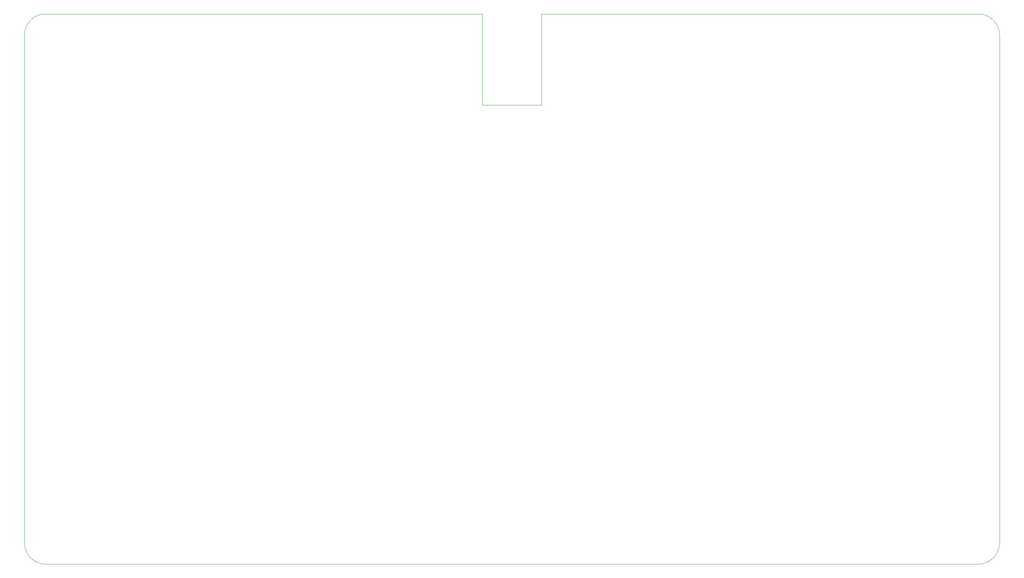
<source format=gm1>
G04 #@! TF.GenerationSoftware,KiCad,Pcbnew,8.0.4-8.0.4-0~ubuntu22.04.1*
G04 #@! TF.CreationDate,2024-07-29T20:53:54+08:00*
G04 #@! TF.ProjectId,halalsnackbox,68616c61-6c73-46e6-9163-6b626f782e6b,rev?*
G04 #@! TF.SameCoordinates,Original*
G04 #@! TF.FileFunction,Profile,NP*
%FSLAX46Y46*%
G04 Gerber Fmt 4.6, Leading zero omitted, Abs format (unit mm)*
G04 Created by KiCad (PCBNEW 8.0.4-8.0.4-0~ubuntu22.04.1) date 2024-07-29 20:53:54*
%MOMM*%
%LPD*%
G01*
G04 APERTURE LIST*
G04 #@! TA.AperFunction,Profile*
%ADD10C,0.050000*%
G04 #@! TD*
G04 APERTURE END LIST*
D10*
X0Y-5000000D02*
G75*
G02*
X5000000Y0I5000000J0D01*
G01*
X108000000Y0D02*
X108000000Y-21500000D01*
X5000000Y-130000000D02*
G75*
G02*
X0Y-125000000I0J5000000D01*
G01*
X230000000Y-5000000D02*
X230000000Y-125000000D01*
X122000000Y0D02*
X225000000Y0D01*
X5000000Y-130000000D02*
X225000000Y-130000000D01*
X0Y-5000000D02*
X0Y-125000000D01*
X122000000Y0D02*
X122000000Y-21500000D01*
X225000000Y0D02*
G75*
G02*
X230000000Y-5000000I0J-5000000D01*
G01*
X108000000Y-21500000D02*
X122000000Y-21500000D01*
X230000000Y-125000000D02*
G75*
G02*
X225000000Y-130000000I-5000000J0D01*
G01*
X5000000Y0D02*
X108000000Y0D01*
M02*

</source>
